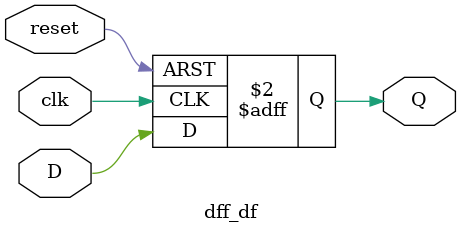
<source format=v>
module dff_df(input D, clk, reset, output reg Q);
  always @(posedge clk or posedge reset) begin
    if (reset)
      Q <= 0;
    else
      Q <= D;
  end
endmodule

</source>
